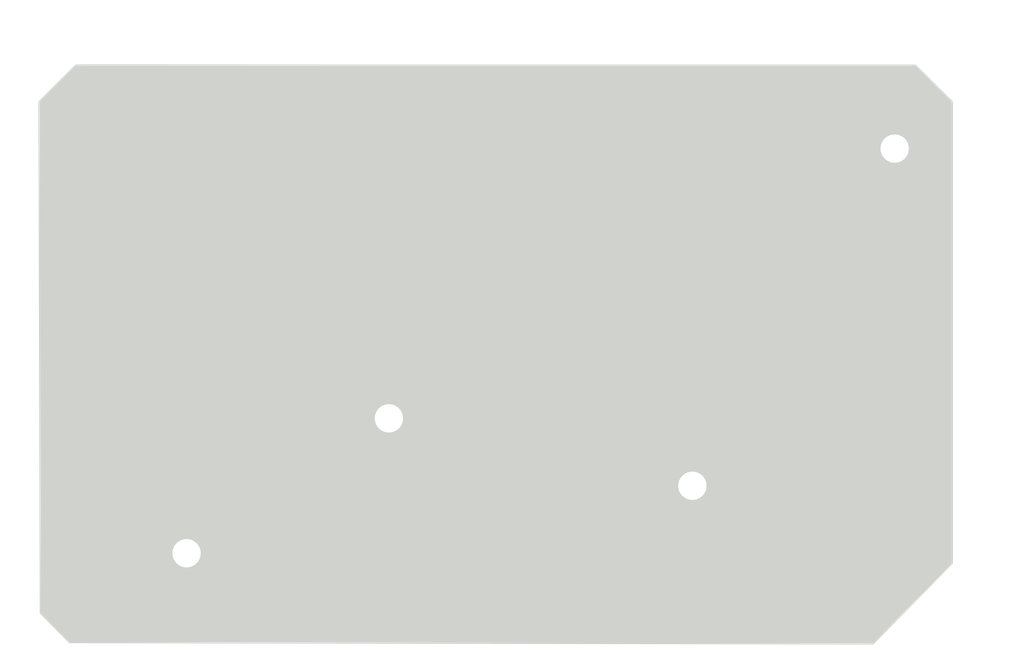
<source format=kicad_pcb>
(kicad_pcb (version 20221018) (generator pcbnew)
  (layers (0 "F.Cu" signal) (31 "B.Cu" signal) (34 "B.Paste" user) (35 "F.Paste" user) (36 "B.SilkS" user "B.Silkscreen") (37 "F.SilkS" user "F.Silkscreen") (38 "B.Mask" user) (39 "F.Mask" user) (44 "Edge.Cuts" user))
  (net 0 "")
  (net 1 "Net-(D1-A)")
  (net 2 "GND")
  (net 3 "A3")
  (net 4 "A2")
  (net 5 "A1")
  (net 6 "A0")
  (net 7 "PWR_3V3")
  (net 8 "+5V")
  (net 9 "SDA")
  (net 10 "SCL")
  (net 11 "A6")
  (net 12 "A10")
  (net 13 "A9")
  (net 14 "A8")
  (net 15 "A7")
  (net 16 "Net-(R2-1-Pad2)")
  (footprint "fab:PinHeader_1x08_P2.54mm_Horizontal_SMD" (layer "F.Cu") (at 192.819098 57.971221 180)
    (fp_text reference "J1" (at -1.524 -2.54) (layer "F.SilkS") (effects (justify left)))
    (fp_text value "Conn_PinHeader_1x08_P2.54mm_Horizontal_SMD")
    (fp_line (start -1.27 -1.27) (end 0 -1.27) (stroke (width 0.12)) (layer "F.SilkS"))
    (fp_line (start 3.81 -1.27) (end 6.35 -1.27) (stroke (width 0.12)) (layer "F.SilkS"))
    (fp_line (start 3.81 -0.254) (end 1.27 -0.254) (stroke (width 0.12)) (layer "F.SilkS"))
    (fp_line (start 3.81 0.254) (end 1.27 0.254) (stroke (width 0.12)) (layer "F.SilkS"))
    (fp_line (start 3.81 2.286) (end 1.27 2.286) (stroke (width 0.12)) (layer "F.SilkS"))
    (fp_line (start 3.81 2.794) (end 1.27 2.794) (stroke (width 0.12)) (layer "F.SilkS"))
    (fp_line (start 3.81 4.826) (end 1.27 4.826) (stroke (width 0.12)) (layer "F.SilkS"))
    (fp_line (start 3.81 5.334) (end 1.27 5.334) (stroke (width 0.12)) (layer "F.SilkS"))
    (fp_line (start 3.81 7.366) (end 1.27 7.366) (stroke (width 0.12)) (layer "F.SilkS"))
    (fp_line (start 3.81 7.874) (end 1.27 7.874) (stroke (width 0.12)) (layer "F.SilkS"))
    (fp_line (start 3.81 9.906) (end 1.27 9.906) (stroke (width 0.12)) (layer "F.SilkS"))
    (fp_line (start 3.81 10.414) (end 1.27 10.414) (stroke (width 0.12)) (layer "F.SilkS"))
    (fp_line (start 3.81 12.446) (end 1.27 12.446) (stroke (width 0.12)) (layer "F.SilkS"))
    (fp_line (start 3.81 12.954) (end 1.27 12.954) (stroke (width 0.12)) (layer "F.SilkS"))
    (fp_line (start 3.81 14.986) (end 1.27 14.986) (stroke (width 0.12)) (layer "F.SilkS"))
    (fp_line (start 3.81 15.494) (end 1.27 15.494) (stroke (width 0.12)) (layer "F.SilkS"))
    (fp_line (start 3.81 17.526) (end 1.27 17.526) (stroke (width 0.12)) (layer "F.SilkS"))
    (fp_line (start 3.81 18.034) (end 1.27 18.034) (stroke (width 0.12)) (layer "F.SilkS"))
    (fp_line (start 3.81 19.05) (end 3.81 -1.27) (stroke (width 0.12)) (layer "F.SilkS"))
    (fp_line (start 6.35 -1.27) (end 6.35 19.05) (stroke (width 0.12)) (layer "F.SilkS"))
    (fp_line (start 6.35 19.05) (end 3.81 19.05) (stroke (width 0.12)) (layer "F.SilkS"))
    (pad "1" smd rect (at 0 0 180) (size 2.5 1.7) (layers "F.Cu" "F.Paste" "F.Mask") (net 2 "GND"))
    (pad "2" smd rect (at 0 2.54 180) (size 2.5 1.7) (layers "F.Cu" "F.Paste" "F.Mask") (net 3 "A3"))
    (pad "3" smd rect (at 0 5.08 180) (size 2.5 1.7) (layers "F.Cu" "F.Paste" "F.Mask") (net 4 "A2"))
    (pad "4" smd rect (at 0 7.62 180) (size 2.5 1.7) (layers "F.Cu" "F.Paste" "F.Mask") (net 5 "A1"))
    (pad "5" smd rect (at 0 10.16 180) (size 2.5 1.7) (layers "F.Cu" "F.Paste" "F.Mask") (net 6 "A0"))
    (pad "6" smd rect (at 0 12.7 180) (size 2.5 1.7) (layers "F.Cu" "F.Paste" "F.Mask") (net 7 "PWR_3V3"))
    (pad "7" smd rect (at 0 15.24 180) (size 2.5 1.7) (layers "F.Cu" "F.Paste" "F.Mask") (net 2 "GND"))
    (pad "8" smd rect (at 0 17.78 180) (size 2.5 1.7) (layers "F.Cu" "F.Paste" "F.Mask") (net 8 "+5V"))
  )
  (footprint "" (layer "F.Cu") (at 193.079098 70.721221)
    (fp_text reference "" (at 0 0) (layer "F.SilkS") (effects (font (size 1.27 1.27))))
    (fp_text value "" (at 0 0) (layer "F.SilkS") (effects (font (size 1.27 1.27))))
    (pad "" np_thru_hole circle (at 0 0) (size 2.1 2.1) (drill 2.1) (layers "*.Cu" "*.Mask"))
  )
  (footprint "" (layer "F.Cu") (at 208.079098 60.721221)
    (fp_text reference "" (at 0 0) (layer "F.SilkS") (effects (font (size 1.27 1.27))))
    (fp_text value "" (at 0 0) (layer "F.SilkS") (effects (font (size 1.27 1.27))))
    (pad "" np_thru_hole circle (at 0 0) (size 2.1 2.1) (drill 2.1) (layers "*.Cu" "*.Mask"))
  )
  (footprint "" (layer "F.Cu") (at 230.579098 65.721221)
    (fp_text reference "" (at 0 0) (layer "F.SilkS") (effects (font (size 1.27 1.27))))
    (fp_text value "" (at 0 0) (layer "F.SilkS") (effects (font (size 1.27 1.27))))
    (pad "" np_thru_hole circle (at 0 0) (size 2.1 2.1) (drill 2.1) (layers "*.Cu" "*.Mask"))
  )
  (footprint "fab:SeedStudio_XIAO_SocketSMD" (layer "F.Cu") (at 213.655 46.82)
    (fp_text reference "M1" (at 0.0025 -2.149 unlocked) (layer "F.SilkS"))
    (fp_text value "Module_XIAO-ESP32C3_SocketSMD" hide)
    (fp_line (start -8.89 -6.35) (end -8.89 -3.81) (stroke (width 0.12)) (layer "F.SilkS"))
    (fp_line (start -8.89 -1.27) (end -8.89 1.27) (stroke (width 0.12)) (layer "F.SilkS"))
    (fp_line (start -8.89 3.81) (end -8.89 6.35) (stroke (width 0.12)) (layer "F.SilkS"))
    (fp_line (start -7.6175 -10.531) (end 7.6225 -10.531) (stroke (width 0.12)) (layer "F.SilkS"))
    (fp_line (start 7.6225 10.551) (end -7.6175 10.551) (stroke (width 0.12)) (layer "F.SilkS"))
    (fp_line (start 8.89 -6.35) (end 8.89 -3.81) (stroke (width 0.12)) (layer "F.SilkS"))
    (fp_line (start 8.89 -1.27) (end 8.89 1.27) (stroke (width 0.12)) (layer "F.SilkS"))
    (fp_line (start 8.89 3.81) (end 8.89 6.35) (stroke (width 0.12)) (layer "F.SilkS"))
    (fp_rect (start -4.4975 -10.531) (end 4.5025 -12.055) (stroke (width 0.12)) (fill none) (layer "F.SilkS"))
    (fp_arc (start -8.8875 -9.261) (mid -8.515526 -10.159026) (end -7.6175 -10.531) (stroke (width 0.12)) (layer "F.SilkS"))
    (fp_arc (start -7.6175 10.551) (mid -8.515526 10.179026) (end -8.8875 9.281) (stroke (width 0.12)) (layer "F.SilkS"))
    (fp_arc (start 7.6225 -10.531) (mid 8.520526 -10.159026) (end 8.8925 -9.261) (stroke (width 0.12)) (layer "F.SilkS"))
    (fp_arc (start 8.8925 9.281) (mid 8.520526 10.179026) (end 7.6225 10.551) (stroke (width 0.12)) (layer "F.SilkS"))
    (pad "1" smd rect (at -9.27 -7.62) (size 2 1) (layers "F.Cu" "F.Paste" "F.Mask") (net 6 "A0"))
    (pad "2" smd rect (at -5.97 -5.08) (size 2 1) (layers "F.Cu" "F.Paste" "F.Mask") (net 5 "A1"))
    (pad "3" smd rect (at -9.27 -2.54) (size 2 1) (layers "F.Cu" "F.Paste" "F.Mask") (net 4 "A2"))
    (pad "4" smd rect (at -5.97 0) (size 2 1) (layers "F.Cu" "F.Paste" "F.Mask") (net 3 "A3"))
    (pad "5" smd rect (at -9.27 2.54) (size 2 1) (layers "F.Cu" "F.Paste" "F.Mask") (net 9 "SDA"))
    (pad "6" smd rect (at -5.97 5.08) (size 2 1) (layers "F.Cu" "F.Paste" "F.Mask") (net 10 "SCL"))
    (pad "7" smd rect (at -9.27 7.62) (size 2 1) (layers "F.Cu" "F.Paste" "F.Mask") (net 11 "A6"))
    (pad "8" smd rect (at 9.27 7.62) (size 2 1) (layers "F.Cu" "F.Paste" "F.Mask") (net 15 "A7"))
    (pad "9" smd rect (at 5.97 5.08) (size 2 1) (layers "F.Cu" "F.Paste" "F.Mask") (net 14 "A8"))
    (pad "10" smd rect (at 9.27 2.54) (size 2 1) (layers "F.Cu" "F.Paste" "F.Mask") (net 13 "A9"))
    (pad "11" smd rect (at 5.97 0) (size 2 1) (layers "F.Cu" "F.Paste" "F.Mask") (net 12 "A10"))
    (pad "12" smd rect (at 9.27 -2.54) (size 2 1) (layers "F.Cu" "F.Paste" "F.Mask") (net 7 "PWR_3V3"))
    (pad "13" smd rect (at 5.97 -5.08) (size 2 1) (layers "F.Cu" "F.Paste" "F.Mask") (net 2 "GND"))
    (pad "14" smd rect (at 9.27 -7.62) (size 2 1) (layers "F.Cu" "F.Paste" "F.Mask") (net 8 "+5V"))
  )
  (footprint "fab:R_1206" (layer "F.Cu") (at 198.419098 64.291221)
    (fp_text reference "R1K1" (at 0 -1.85) (layer "F.SilkS"))
    (fp_text value "R_1206")
    (fp_line (start -1 -1.07) (end 1 -1.07) (stroke (width 0.12)) (layer "F.SilkS"))
    (fp_line (start 1 1.07) (end -1 1.07) (stroke (width 0.12)) (layer "F.SilkS"))
    (pad "1" smd rect (at -2 0) (size 2 1.7) (layers "F.Cu" "F.Paste" "F.Mask") (net 1 "Net-(D1-A)"))
    (pad "2" smd rect (at 2 0) (size 2 1.7) (layers "F.Cu" "F.Paste" "F.Mask") (net 11 "A6"))
  )
  (footprint "fab:R_1206" (layer "F.Cu") (at 240.319098 71.716221 90)
    (fp_text reference "R3·0Ohm1" (at 0 -1.85 90) (layer "F.SilkS"))
    (fp_text value "R_1206")
    (fp_line (start -1 -1.07) (end 1 -1.07) (stroke (width 0.12)) (layer "F.SilkS"))
    (fp_line (start 1 1.07) (end -1 1.07) (stroke (width 0.12)) (layer "F.SilkS"))
    (pad "1" smd rect (at -2 0 90) (size 2 1.7) (layers "F.Cu" "F.Paste" "F.Mask") (net 16 "Net-(R2-1-Pad2)"))
    (pad "2" smd rect (at 2 0 90) (size 2 1.7) (layers "F.Cu" "F.Paste" "F.Mask") (net 15 "A7"))
  )
  (footprint "fab:PinHeader_1x05_P2.54mm_Horizontal_SMD" (layer "F.Cu") (at 220.909098 69.841221 -90)
    (fp_text reference "J3" (at -1.524 -2.54 90) (layer "F.SilkS") (effects (justify left)))
    (fp_text value "Conn_PinHeader_1x05_P2.54mm_Horizontal_SMD")
    (fp_line (start -1.27 -1.27) (end 0 -1.27) (stroke (width 0.12)) (layer "F.SilkS"))
    (fp_line (start 3.81 -1.27) (end 6.35 -1.27) (stroke (width 0.12)) (layer "F.SilkS"))
    (fp_line (start 3.81 -0.254) (end 1.27 -0.254) (stroke (width 0.12)) (layer "F.SilkS"))
    (fp_line (start 3.81 0.254) (end 1.27 0.254) (stroke (width 0.12)) (layer "F.SilkS"))
    (fp_line (start 3.81 2.286) (end 1.27 2.286) (stroke (width 0.12)) (layer "F.SilkS"))
    (fp_line (start 3.81 2.794) (end 1.27 2.794) (stroke (width 0.12)) (layer "F.SilkS"))
    (fp_line (start 3.81 4.826) (end 1.27 4.826) (stroke (width 0.12)) (layer "F.SilkS"))
    (fp_line (start 3.81 5.334) (end 1.27 5.334) (stroke (width 0.12)) (layer "F.SilkS"))
    (fp_line (start 3.81 7.366) (end 1.27 7.366) (stroke (width 0.12)) (layer "F.SilkS"))
    (fp_line (start 3.81 7.874) (end 1.27 7.874) (stroke (width 0.12)) (layer "F.SilkS"))
    (fp_line (start 3.81 9.906) (end 1.27 9.906) (stroke (width 0.12)) (layer "F.SilkS"))
    (fp_line (start 3.81 10.414) (end 1.27 10.414) (stroke (width 0.12)) (layer "F.SilkS"))
    (fp_line (start 3.81 11.43) (end 3.81 -1.27) (stroke (width 0.12)) (layer "F.SilkS"))
    (fp_line (start 6.35 -1.27) (end 6.35 11.43) (stroke (width 0.12)) (layer "F.SilkS"))
    (fp_line (start 6.35 11.43) (end 3.81 11.43) (stroke (width 0.12)) (layer "F.SilkS"))
    (pad "1" smd rect (at 0 0 270) (size 2.5 1.7) (layers "F.Cu" "F.Paste" "F.Mask") (net 2 "GND"))
    (pad "2" smd rect (at 0 2.54 270) (size 2.5 1.7) (layers "F.Cu" "F.Paste" "F.Mask") (net 8 "+5V"))
    (pad "3" smd rect (at 0 5.08 270) (size 2.5 1.7) (layers "F.Cu" "F.Paste" "F.Mask") (net 9 "SDA"))
    (pad "4" smd rect (at 0 7.62 270) (size 2.5 1.7) (layers "F.Cu" "F.Paste" "F.Mask") (net 10 "SCL"))
    (pad "5" smd rect (at 0 10.16 270) (size 2.5 1.7) (layers "F.Cu" "F.Paste" "F.Mask") (net 7 "PWR_3V3"))
  )
  (footprint "fab:LED_1206" (layer "F.Cu") (at 191.244098 64.291221)
    (fp_text reference "D1" (at 0 -1.85) (layer "F.SilkS"))
    (fp_text value "LED_1206")
    (fp_line (start -3.1 -0.95) (end -3.1 0.95) (stroke (width 0.12)) (layer "F.SilkS"))
    (fp_line (start -3.1 -0.95) (end 1.6 -0.95) (stroke (width 0.12)) (layer "F.SilkS"))
    (fp_line (start -3.1 0.95) (end 1.6 0.95) (stroke (width 0.12)) (layer "F.SilkS"))
    (pad "1" smd rect (at -2 0) (size 2 1.7) (layers "F.Cu" "F.Paste" "F.Mask") (net 2 "GND"))
    (pad "2" smd rect (at 2 0) (size 2 1.7) (layers "F.Cu" "F.Paste" "F.Mask") (net 1 "Net-(D1-A)"))
  )
  (footprint "" (layer "F.Cu") (at 245.579098 40.721221)
    (fp_text reference "" (at 0 0) (layer "F.SilkS") (effects (font (size 1.27 1.27))))
    (fp_text value "" (at 0 0) (layer "F.SilkS") (effects (font (size 1.27 1.27))))
    (pad "" np_thru_hole circle (at 0 0) (size 2.1 2.1) (drill 2.1) (layers "*.Cu" "*.Mask"))
  )
  (footprint "fab:Button_Omron_B3SN_6.0x6.0mm" (layer "F.Cu") (at 238.294098 62.716221 -90)
    (fp_text reference "SW1" (at 0 -4 90) (layer "F.SilkS"))
    (fp_text value "Button_Omron_B3SN_6.0x6.0mm")
    (fp_line (start -3.15 -3.15) (end 3.15 -3.15) (stroke (width 0.12)) (layer "F.SilkS"))
    (fp_line (start -3.15 1) (end -3.15 -1) (stroke (width 0.12)) (layer "F.SilkS"))
    (fp_line (start 3.15 -1) (end 3.15 1) (stroke (width 0.12)) (layer "F.SilkS"))
    (fp_line (start 3.15 3.15) (end -3.15 3.15) (stroke (width 0.12)) (layer "F.SilkS"))
    (pad "1" smd rect (at -3.5 -2 270) (size 2.5 1.5) (layers "F.Cu" "F.Paste" "F.Mask") (net 15 "A7"))
    (pad "1" smd rect (at 3.5 -2 270) (size 2.5 1.5) (layers "F.Cu" "F.Paste" "F.Mask") (net 15 "A7"))
    (pad "2" smd rect (at -3.5 2 270) (size 2.5 1.5) (layers "F.Cu" "F.Paste" "F.Mask") (net 7 "PWR_3V3"))
    (pad "2" smd rect (at 3.5 2 270) (size 2.5 1.5) (layers "F.Cu" "F.Paste" "F.Mask") (net 7 "PWR_3V3"))
  )
  (footprint "fab:PinHeader_2x03_P2.54mm_Vertical_SMD" (layer "F.Cu") (at 240.694098 50.456221)
    (fp_text reference "J2" (at 0 -4.87) (layer "F.SilkS"))
    (fp_text value "Conn_PinHeader_2x03_P2.54mm_Vertical_SMD")
    (fp_line (start -4.04 -3.3) (end -2.6 -3.3) (stroke (width 0.12)) (layer "F.SilkS"))
    (fp_line (start -2.6 -3.87) (end -2.6 -3.3) (stroke (width 0.12)) (layer "F.SilkS"))
    (fp_line (start -2.6 -3.87) (end 2.6 -3.87) (stroke (width 0.12)) (layer "F.SilkS"))
    (fp_line (start -2.6 -1.78) (end -2.6 -0.76) (stroke (width 0.12)) (layer "F.SilkS"))
    (fp_line (start -2.6 0.76) (end -2.6 1.78) (stroke (width 0.12)) (layer "F.SilkS"))
    (fp_line (start -2.6 3.3) (end -2.6 3.87) (stroke (width 0.12)) (layer "F.SilkS"))
    (fp_line (start -2.6 3.87) (end 2.6 3.87) (stroke (width 0.12)) (layer "F.SilkS"))
    (fp_line (start 2.6 -3.87) (end 2.6 -3.3) (stroke (width 0.12)) (layer "F.SilkS"))
    (fp_line (start 2.6 -1.78) (end 2.6 -0.76) (stroke (width 0.12)) (layer "F.SilkS"))
    (fp_line (start 2.6 0.76) (end 2.6 1.78) (stroke (width 0.12)) (layer "F.SilkS"))
    (fp_line (start 2.6 3.3) (end 2.6 3.87) (stroke (width 0.12)) (layer "F.SilkS"))
    (pad "1" smd rect (at -2.525 -2.54) (size 3.15 1) (layers "F.Cu" "F.Paste" "F.Mask") (net 12 "A10"))
    (pad "2" smd rect (at 2.525 -2.54) (size 3.15 1) (layers "F.Cu" "F.Paste" "F.Mask") (net 2 "GND"))
    (pad "3" smd rect (at -2.525 0) (size 3.15 1) (layers "F.Cu" "F.Paste" "F.Mask") (net 13 "A9"))
    (pad "4" smd rect (at 2.525 0) (size 3.15 1) (layers "F.Cu" "F.Paste" "F.Mask") (net 2 "GND"))
    (pad "5" smd rect (at -2.525 2.54) (size 3.15 1) (layers "F.Cu" "F.Paste" "F.Mask") (net 14 "A8"))
    (pad "6" smd rect (at 2.525 2.54) (size 3.15 1) (layers "F.Cu" "F.Paste" "F.Mask") (net 2 "GND"))
  )
  (footprint "fab:R_1206" (layer "F.Cu") (at 186.869098 69.466221 180)
    (fp_text reference "R2-1" (at 0 -1.85) (layer "F.SilkS"))
    (fp_text value "R_1206")
    (fp_line (start -1 -1.07) (end 1 -1.07) (stroke (width 0.12)) (layer "F.SilkS"))
    (fp_line (start 1 1.07) (end -1 1.07) (stroke (width 0.12)) (layer "F.SilkS"))
    (pad "1" smd rect (at -2 0 180) (size 2 1.7) (layers "F.Cu" "F.Paste" "F.Mask") (net 2 "GND"))
    (pad "2" smd rect (at 2 0 180) (size 2 1.7) (layers "F.Cu" "F.Paste" "F.Mask") (net 16 "Net-(R2-1-Pad2)"))
  )
  (segment (start 196.394098 64.266221) (end 196.419098 64.291221) (width 0.5) (layer "F.Cu") (net 1))
  (segment (start 192.544098 64.266221) (end 196.394098 64.266221) (width 0.5) (layer "F.Cu") (net 1))
  (segment (start 191.169098 42.731221) (end 189.319098 44.581221) (width 0.5) (layer "F.Cu") (net 2))
  (segment (start 247.669098 48.141221) (end 247.669098 50.666221) (width 0.5) (layer "F.Cu") (net 2))
  (segment (start 243.219098 50.456221) (end 245.354098 50.456221) (width 0.5) (layer "F.Cu") (net 2))
  (segment (start 247.669098 50.666221) (end 247.669098 50.916221) (width 0.5) (layer "F.Cu") (net 2))
  (segment (start 188.844098 69.441221) (end 188.844098 69.291221) (width 0.5) (layer "F.Cu") (net 2))
  (segment (start 202.144098 36.441221) (end 213.119098 36.441221) (width 0.5) (layer "F.Cu") (net 2))
  (segment (start 241.494098 71.891221) (end 247.669098 65.716221) (width 0.5) (layer "F.Cu") (net 2))
  (segment (start 245.354098 50.456221) (end 247.669098 48.141221) (width 0.5) (layer "F.Cu") (net 2))
  (segment (start 195.854098 42.731221) (end 202.144098 36.441221) (width 0.5) (layer "F.Cu") (net 2))
  (segment (start 230.394098 45.366221) (end 247.669098 45.366221) (width 0.5) (layer "F.Cu") (net 2))
  (segment (start 189.244098 58.916221) (end 189.244098 64.341221) (width 0.5) (layer "F.Cu") (net 2))
  (segment (start 247.669098 50.916221) (end 245.589098 52.996221) (width 0.5) (layer "F.Cu") (net 2))
  (segment (start 220.909098 69.841221) (end 222.959098 71.891221) (width 0.5) (layer "F.Cu") (net 2))
  (segment (start 192.819098 42.731221) (end 195.854098 42.731221) (width 0.5) (layer "F.Cu") (net 2))
  (segment (start 247.669098 45.366221) (end 247.669098 48.141221) (width 0.5) (layer "F.Cu") (net 2))
  (segment (start 189.244098 69.091221) (end 188.869098 69.466221) (width 0.5) (layer "F.Cu") (net 2))
  (segment (start 190.189098 57.971221) (end 189.244098 58.916221) (width 0.5) (layer "F.Cu") (net 2))
  (segment (start 222.959098 71.891221) (end 241.494098 71.891221) (width 0.5) (layer "F.Cu") (net 2))
  (segment (start 247.669098 65.716221) (end 247.669098 50.666221) (width 0.5) (layer "F.Cu") (net 2))
  (segment (start 189.244098 64.341221) (end 189.194098 64.391221) (width 0.5) (layer "F.Cu") (net 2))
  (segment (start 189.319098 59.466221) (end 189.244098 59.541221) (width 0.5) (layer "F.Cu") (net 2))
  (segment (start 192.819098 42.731221) (end 191.169098 42.731221) (width 0.5) (layer "F.Cu") (net 2))
  (segment (start 245.319098 47.716221) (end 243.219098 47.716221) (width 0.5) (layer "F.Cu") (net 2))
  (segment (start 192.819098 57.971221) (end 190.189098 57.971221) (width 0.5) (layer "F.Cu") (net 2))
  (segment (start 226.767877 41.74) (end 230.394098 45.366221) (width 0.5) (layer "F.Cu") (net 2))
  (segment (start 189.319098 44.581221) (end 189.319098 59.466221) (width 0.5) (layer "F.Cu") (net 2))
  (segment (start 247.669098 45.366221) (end 245.319098 47.716221) (width 0.5) (layer "F.Cu") (net 2))
  (segment (start 245.589098 52.996221) (end 243.219098 52.996221) (width 0.5) (layer "F.Cu") (net 2))
  (segment (start 191.169098 57.971221) (end 192.819098 57.971221) (width 0.5) (layer "F.Cu") (net 2))
  (segment (start 213.119098 36.441221) (end 218.417877 41.74) (width 0.5) (layer "F.Cu") (net 2))
  (segment (start 218.417877 41.74) (end 226.767877 41.74) (width 0.5) (layer "F.Cu") (net 2))
  (segment (start 189.244098 64.291221) (end 189.244098 69.091221) (width 0.5) (layer "F.Cu") (net 2))
  (segment (start 206.930319 46.9) (end 207.194098 46.636221) (width 0.5) (layer "F.Cu") (net 3))
  (segment (start 192.819098 55.431221) (end 195.579098 55.431221) (width 0.5) (layer "F.Cu") (net 3))
  (segment (start 195.579098 55.431221) (end 204.110319 46.9) (width 0.5) (layer "F.Cu") (net 3))
  (segment (start 204.110319 46.9) (end 206.930319 46.9) (width 0.5) (layer "F.Cu") (net 3))
  (segment (start 194.783779 52.891221) (end 203.395 44.28) (width 0.5) (layer "F.Cu") (net 4))
  (segment (start 192.819098 52.891221) (end 194.783779 52.891221) (width 0.5) (layer "F.Cu") (net 4))
  (segment (start 203.395 44.28) (end 204.385 44.28) (width 0.5) (layer "F.Cu") (net 4))
  (segment (start 203.435319 41.825) (end 194.909098 50.351221) (width 0.5) (layer "F.Cu") (net 5))
  (segment (start 207.6 41.825) (end 203.435319 41.825) (width 0.5) (layer "F.Cu") (net 5))
  (segment (start 207.685 41.74) (end 207.6 41.825) (width 0.5) (layer "F.Cu") (net 5))
  (segment (start 194.909098 50.351221) (end 192.819098 50.351221) (width 0.5) (layer "F.Cu") (net 5))
  (segment (start 195.249098 47.811221) (end 204.044098 39.016221) (width 0.5) (layer "F.Cu") (net 6))
  (segment (start 192.819098 47.811221) (end 195.249098 47.811221) (width 0.5) (layer "F.Cu") (net 6))
  (segment (start 217.65 44.056221) (end 219.694098 44.056221) (width 0.5) (layer "F.Cu") (net 7))
  (segment (start 192.819098 45.271221) (end 195.389098 45.271221) (width 0.5) (layer "F.Cu") (net 7))
  (segment (start 217.65 44.056221) (end 222.044098 44.056221) (width 0.5) (layer "F.Cu") (net 7))
  (segment (start 210.749098 69.081221) (end 216.475 63.355319) (width 0.5) (layer "F.Cu") (net 7))
  (segment (start 195.389098 45.271221) (end 203.194098 37.466221) (width 0.5) (layer "F.Cu") (net 7))
  (segment (start 216.475 57.2) (end 218.691221 59.416221) (width 0.5) (layer "F.Cu") (net 7))
  (segment (start 216.331221 44.056221) (end 217.65 44.056221) (width 0.5) (layer "F.Cu") (net 7))
  (segment (start 236.519098 58.241221) (end 236.294098 58.466221) (width 0.5) (layer "F.Cu") (net 7))
  (segment (start 236.294098 65.016221) (end 236.519098 65.241221) (width 0.5) (layer "F.Cu") (net 7))
  (segment (start 209.741221 37.466221) (end 216.331221 44.056221) (width 0.5) (layer "F.Cu") (net 7))
  (segment (start 216.475 63.355319) (end 216.475 44.2) (width 0.5) (layer "F.Cu") (net 7))
  (segment (start 216.475 44.2) (end 216.331221 44.056221) (width 0.5) (layer "F.Cu") (net 7))
  (segment (start 236.294098 59.416221) (end 236.494098 59.216221) (width 0.5) (layer "F.Cu") (net 7))
  (segment (start 210.749098 69.841221) (end 210.749098 69.081221) (width 0.5) (layer "F.Cu") (net 7))
  (segment (start 203.194098 37.466221) (end 209.741221 37.466221) (width 0.5) (layer "F.Cu") (net 7))
  (segment (start 236.294098 58.466221) (end 236.294098 65.016221) (width 0.5) (layer "F.Cu") (net 7))
  (segment (start 218.691221 59.416221) (end 236.294098 59.416221) (width 0.5) (layer "F.Cu") (net 7))
  (segment (start 215.119098 74.741221) (end 218.369098 71.491221) (width 0.5) (layer "F.Cu") (net 8))
  (segment (start 186.894098 44.466221) (end 186.894098 72.641221) (width 0.5) (layer "F.Cu") (net 8))
  (segment (start 186.894098 72.641221) (end 188.994098 74.741221) (width 0.5) (layer "F.Cu") (net 8))
  (segment (start 195.844098 40.191221) (end 200.594098 35.441221) (width 0.5) (layer "F.Cu") (net 8))
  (segment (start 218.227877 39.2) (end 222.925 39.2) (width 0.5) (layer "F.Cu") (net 8))
  (segment (start 192.819098 40.191221) (end 191.169098 40.191221) (width 0.5) (layer "F.Cu") (net 8))
  (segment (start 214.469098 35.441221) (end 218.227877 39.2) (width 0.5) (layer "F.Cu") (net 8))
  (segment (start 218.369098 71.491221) (end 218.369098 69.841221) (width 0.5) (layer "F.Cu") (net 8))
  (segment (start 192.819098 40.191221) (end 195.844098 40.191221) (width 0.5) (layer "F.Cu") (net 8))
  (segment (start 191.169098 40.191221) (end 186.894098 44.466221) (width 0.5) (layer "F.Cu") (net 8))
  (segment (start 200.594098 35.441221) (end 214.469098 35.441221) (width 0.5) (layer "F.Cu") (net 8))
  (segment (start 188.994098 74.741221) (end 215.119098 74.741221) (width 0.5) (layer "F.Cu") (net 8))
  (segment (start 201.019098 73.141221) (end 198.469098 70.591221) (width 0.5) (layer "F.Cu") (net 9))
  (segment (start 215.829098 69.841221) (end 215.829098 71.491221) (width 0.5) (layer "F.Cu") (net 9))
  (segment (start 198.469098 55.405902) (end 204.738779 49.136221) (width 0.5) (layer "F.Cu") (net 9))
  (segment (start 198.469098 70.591221) (end 198.469098 55.405902) (width 0.5) (layer "F.Cu") (net 9))
  (segment (start 215.829098 71.491221) (end 214.179098 73.141221) (width 0.5) (layer "F.Cu") (net 9))
  (segment (start 214.179098 73.141221) (end 201.019098 73.141221) (width 0.5) (layer "F.Cu") (net 9))
  (segment (start 213.719098 60.891221) (end 207.444098 67.166221) (width 0.5) (layer "F.Cu") (net 10))
  (segment (start 213.289098 71.491221) (end 213.289098 69.841221) (width 0.5) (layer "F.Cu") (net 10))
  (segment (start 207.017877 51.9) (end 211.177877 51.9) (width 0.5) (layer "F.Cu") (net 10))
  (segment (start 207.844098 72.041221) (end 212.739098 72.041221) (width 0.5) (layer "F.Cu") (net 10))
  (segment (start 207.444098 67.166221) (end 207.444098 71.641221) (width 0.5) (layer "F.Cu") (net 10))
  (segment (start 212.739098 72.041221) (end 213.289098 71.491221) (width 0.5) (layer "F.Cu") (net 10))
  (segment (start 207.444098 71.641221) (end 207.844098 72.041221) (width 0.5) (layer "F.Cu") (net 10))
  (segment (start 211.177877 51.9) (end 213.719098 54.441221) (width 0.5) (layer "F.Cu") (net 10))
  (segment (start 213.719098 54.441221) (end 213.719098 60.891221) (width 0.5) (layer "F.Cu") (net 10))
  (segment (start 202.01 54.44) (end 200.419098 56.030902) (width 0.5) (layer "F.Cu") (net 11))
  (segment (start 200.419098 62.725) (end 200.419098 64.291221) (width 0.5) (layer "F.Cu") (net 11))
  (segment (start 200.419098 60.066221) (end 200.419098 62.725) (width 0.5) (layer "F.Cu") (net 11))
  (segment (start 204.385 54.44) (end 202.01 54.44) (width 0.5) (layer "F.Cu") (net 11))
  (segment (start 200.419098 56.030902) (end 200.419098 62.725) (width 0.5) (layer "F.Cu") (net 11))
  (segment (start 219.625 46.82) (end 229.078779 46.82) (width 0.5) (layer "F.Cu") (net 12))
  (segment (start 230.175 47.916221) (end 238.169098 47.916221) (width 0.5) (layer "F.Cu") (net 12))
  (segment (start 229.078779 46.82) (end 230.175 47.916221) (width 0.5) (layer "F.Cu") (net 12))
  (segment (start 230.256221 50.456221) (end 238.169098 50.456221) (width 0.5) (layer "F.Cu") (net 13))
  (segment (start 229.16 49.36) (end 230.256221 50.456221) (width 0.5) (layer "F.Cu") (net 13))
  (segment (start 222.925 49.36) (end 229.16 49.36) (width 0.5) (layer "F.Cu") (net 13))
  (segment (start 238.139098 52.966221) (end 238.169098 52.996221) (width 0.5) (layer "F.Cu") (net 14))
  (segment (start 219.625 51.9) (end 229.375 51.9) (width 0.5) (layer "F.Cu") (net 14))
  (segment (start 230.441221 52.966221) (end 238.139098 52.966221) (width 0.5) (layer "F.Cu") (net 14))
  (segment (start 229.375 51.9) (end 230.441221 52.966221) (width 0.5) (layer "F.Cu") (net 14))
  (segment (start 240.294098 57.366221) (end 240.294098 66.216221) (width 0.5) (layer "F.Cu") (net 15))
  (segment (start 228.903779 54.44) (end 230.388779 55.925) (width 0.5) (layer "F.Cu") (net 15))
  (segment (start 240.294098 66.216221) (end 240.294098 69.691221) (width 0.5) (layer "F.Cu") (net 15))
  (segment (start 230.388779 55.925) (end 238.852877 55.925) (width 0.5) (layer "F.Cu") (net 15))
  (segment (start 240.294098 69.691221) (end 240.319098 69.716221) (width 0.5) (layer "F.Cu") (net 15))
  (segment (start 222.925 54.44) (end 228.903779 54.44) (width 0.5) (layer "F.Cu") (net 15))
  (segment (start 238.852877 55.925) (end 240.294098 57.366221) (width 0.5) (layer "F.Cu") (net 15))
  (segment (start 187.437728 76.166221) (end 237.794098 76.166221) (width 0.5) (layer "F.Cu") (net 16))
  (segment (start 184.869098 73.597591) (end 187.437728 76.166221) (width 0.5) (layer "F.Cu") (net 16))
  (segment (start 240.244098 73.716221) (end 240.319098 73.716221) (width 0.5) (layer "F.Cu") (net 16))
  (segment (start 184.869098 69.316221) (end 184.869098 73.597591) (width 0.5) (layer "F.Cu") (net 16))
  (segment (start 184.844098 69.291221) (end 184.869098 69.316221) (width 0.5) (layer "F.Cu") (net 16))
  (segment (start 237.794098 76.166221) (end 240.244098 73.716221) (width 0.5) (layer "F.Cu") (net 16))
  (zone (net 0) (net_name "") (layer "F.Cu") (connect_pads (clearance 0.5)) (min_thickness 0.25) (fill yes (thermal_gap 0.5) (thermal_bridge_width 0.5) (island_removal_mode 1) (island_area_min 10))
    (polygon (pts (xy 233.544098 39.716221) (xy 234.890162 39.716221) (xy 236.427005 37.088697) (xy 237.583298 37.088697) (xy 237.583803 39.715211) (xy 240.200728 39.715211) (xy 241.342384 36.032336) (xy 244.166746 36.032336) (xy 243.939626 36.763662) (xy 241.910739 36.763662) (xy 241.577075 37.839704) (xy 243.251705 37.839704) (xy 243.02509 38.571033) (xy 241.35046 38.571033) (xy 240.995648 39.716221) (xy 243.024584 39.716221) (xy 242.79797 40.447547) (xy 239.521893 40.44704) (xy 238.380236 44.130419) (xy 237.593392 44.130419) (xy 238.735048 40.44704) (xy 237.582289 40.447547) (xy 237.583298 41.503908) (xy 236.814119 41.503908) (xy 236.814623 40.446033) (xy 235.283836 40.446033) (xy 234.665565 41.503908) (xy 233.844401 41.503908) (xy 234.462167 40.447547) (xy 232.521554 40.447547) (xy 233.89033 36.032336) (xy 234.685754 36.032336)))
  )
  (zone (net 0) (net_name "") (layer "Edge.Cuts") (connect_pads (clearance 0.5)) (min_thickness 0.25) (fill yes (thermal_gap 0.5) (thermal_bridge_width 0.5))
    (polygon (pts (xy 211.069142 34.491221) (xy 247.094098 34.491221) (xy 247.101548 34.493641) (xy 247.109282 34.49238) (xy 247.130394 34.503014) (xy 247.152877 34.510319) (xy 247.157482 34.516657) (xy 247.164479 34.520182) (xy 249.864479 37.195182) (xy 249.868282 37.202561) (xy 249.875 37.207442) (xy 249.882166 37.229498) (xy 249.892794 37.250118) (xy 249.891532 37.258326) (xy 249.894098 37.266221) (xy 249.894098 71.441221) (xy 249.891737 71.448487) (xy 249.892997 71.456027) (xy 249.88236 71.477347) (xy 249.875 71.5) (xy 249.868817 71.504491) (xy 249.865406 71.51133) (xy 244.015405 77.46133) (xy 244.007796 77.465288) (xy 244.002741 77.472222) (xy 243.980918 77.479271) (xy 243.960578 77.489854) (xy 243.952093 77.488583) (xy 243.94393 77.491221) (xy 184.41893 77.391221) (xy 184.411061 77.388649) (xy 184.402877 77.389897) (xy 184.382252 77.379235) (xy 184.360183 77.372024) (xy 184.355327 77.365317) (xy 184.347975 77.361517) (xy 182.222975 75.211517) (xy 182.219546 75.204689) (xy 182.213351 75.200213) (xy 182.205928 75.177572) (xy 182.195239 75.156286) (xy 182.196478 75.148746) (xy 182.194098 75.141485) (xy 182.094098 37.266485) (xy 182.096633 37.25861) (xy 182.095351 37.250439) (xy 182.105922 37.229763) (xy 182.113041 37.207656) (xy 182.119721 37.202775) (xy 182.123487 37.195411) (xy 184.817582 34.508884) (xy 184.824732 34.505253) (xy 184.82945 34.498766) (xy 184.851769 34.491524) (xy 184.872689 34.480903) (xy 184.880608 34.482168) (xy 184.888237 34.479694)))
  )
)
</source>
